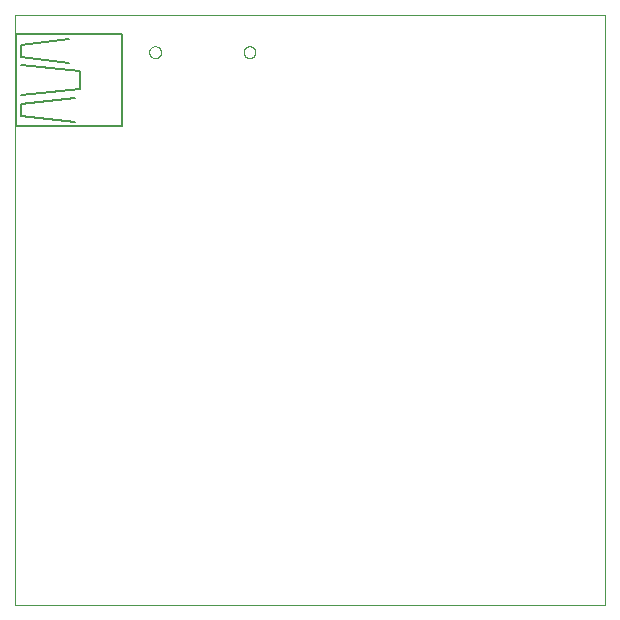
<source format=gbo>
G75*
%MOIN*%
%OFA0B0*%
%FSLAX25Y25*%
%IPPOS*%
%LPD*%
%AMOC8*
5,1,8,0,0,1.08239X$1,22.5*
%
%ADD10C,0.00000*%
%ADD11C,0.00500*%
D10*
X0001800Y0001800D02*
X0001800Y0198650D01*
X0198650Y0198650D01*
X0198650Y0001800D01*
X0001800Y0001800D01*
X0046583Y0186131D02*
X0046585Y0186219D01*
X0046591Y0186307D01*
X0046601Y0186395D01*
X0046615Y0186483D01*
X0046632Y0186569D01*
X0046654Y0186655D01*
X0046679Y0186739D01*
X0046709Y0186823D01*
X0046741Y0186905D01*
X0046778Y0186985D01*
X0046818Y0187064D01*
X0046862Y0187141D01*
X0046909Y0187216D01*
X0046959Y0187288D01*
X0047013Y0187359D01*
X0047069Y0187426D01*
X0047129Y0187492D01*
X0047191Y0187554D01*
X0047257Y0187614D01*
X0047324Y0187670D01*
X0047395Y0187724D01*
X0047467Y0187774D01*
X0047542Y0187821D01*
X0047619Y0187865D01*
X0047698Y0187905D01*
X0047778Y0187942D01*
X0047860Y0187974D01*
X0047944Y0188004D01*
X0048028Y0188029D01*
X0048114Y0188051D01*
X0048200Y0188068D01*
X0048288Y0188082D01*
X0048376Y0188092D01*
X0048464Y0188098D01*
X0048552Y0188100D01*
X0048640Y0188098D01*
X0048728Y0188092D01*
X0048816Y0188082D01*
X0048904Y0188068D01*
X0048990Y0188051D01*
X0049076Y0188029D01*
X0049160Y0188004D01*
X0049244Y0187974D01*
X0049326Y0187942D01*
X0049406Y0187905D01*
X0049485Y0187865D01*
X0049562Y0187821D01*
X0049637Y0187774D01*
X0049709Y0187724D01*
X0049780Y0187670D01*
X0049847Y0187614D01*
X0049913Y0187554D01*
X0049975Y0187492D01*
X0050035Y0187426D01*
X0050091Y0187359D01*
X0050145Y0187288D01*
X0050195Y0187216D01*
X0050242Y0187141D01*
X0050286Y0187064D01*
X0050326Y0186985D01*
X0050363Y0186905D01*
X0050395Y0186823D01*
X0050425Y0186739D01*
X0050450Y0186655D01*
X0050472Y0186569D01*
X0050489Y0186483D01*
X0050503Y0186395D01*
X0050513Y0186307D01*
X0050519Y0186219D01*
X0050521Y0186131D01*
X0050519Y0186043D01*
X0050513Y0185955D01*
X0050503Y0185867D01*
X0050489Y0185779D01*
X0050472Y0185693D01*
X0050450Y0185607D01*
X0050425Y0185523D01*
X0050395Y0185439D01*
X0050363Y0185357D01*
X0050326Y0185277D01*
X0050286Y0185198D01*
X0050242Y0185121D01*
X0050195Y0185046D01*
X0050145Y0184974D01*
X0050091Y0184903D01*
X0050035Y0184836D01*
X0049975Y0184770D01*
X0049913Y0184708D01*
X0049847Y0184648D01*
X0049780Y0184592D01*
X0049709Y0184538D01*
X0049637Y0184488D01*
X0049562Y0184441D01*
X0049485Y0184397D01*
X0049406Y0184357D01*
X0049326Y0184320D01*
X0049244Y0184288D01*
X0049160Y0184258D01*
X0049076Y0184233D01*
X0048990Y0184211D01*
X0048904Y0184194D01*
X0048816Y0184180D01*
X0048728Y0184170D01*
X0048640Y0184164D01*
X0048552Y0184162D01*
X0048464Y0184164D01*
X0048376Y0184170D01*
X0048288Y0184180D01*
X0048200Y0184194D01*
X0048114Y0184211D01*
X0048028Y0184233D01*
X0047944Y0184258D01*
X0047860Y0184288D01*
X0047778Y0184320D01*
X0047698Y0184357D01*
X0047619Y0184397D01*
X0047542Y0184441D01*
X0047467Y0184488D01*
X0047395Y0184538D01*
X0047324Y0184592D01*
X0047257Y0184648D01*
X0047191Y0184708D01*
X0047129Y0184770D01*
X0047069Y0184836D01*
X0047013Y0184903D01*
X0046959Y0184974D01*
X0046909Y0185046D01*
X0046862Y0185121D01*
X0046818Y0185198D01*
X0046778Y0185277D01*
X0046741Y0185357D01*
X0046709Y0185439D01*
X0046679Y0185523D01*
X0046654Y0185607D01*
X0046632Y0185693D01*
X0046615Y0185779D01*
X0046601Y0185867D01*
X0046591Y0185955D01*
X0046585Y0186043D01*
X0046583Y0186131D01*
X0078079Y0186131D02*
X0078081Y0186219D01*
X0078087Y0186307D01*
X0078097Y0186395D01*
X0078111Y0186483D01*
X0078128Y0186569D01*
X0078150Y0186655D01*
X0078175Y0186739D01*
X0078205Y0186823D01*
X0078237Y0186905D01*
X0078274Y0186985D01*
X0078314Y0187064D01*
X0078358Y0187141D01*
X0078405Y0187216D01*
X0078455Y0187288D01*
X0078509Y0187359D01*
X0078565Y0187426D01*
X0078625Y0187492D01*
X0078687Y0187554D01*
X0078753Y0187614D01*
X0078820Y0187670D01*
X0078891Y0187724D01*
X0078963Y0187774D01*
X0079038Y0187821D01*
X0079115Y0187865D01*
X0079194Y0187905D01*
X0079274Y0187942D01*
X0079356Y0187974D01*
X0079440Y0188004D01*
X0079524Y0188029D01*
X0079610Y0188051D01*
X0079696Y0188068D01*
X0079784Y0188082D01*
X0079872Y0188092D01*
X0079960Y0188098D01*
X0080048Y0188100D01*
X0080136Y0188098D01*
X0080224Y0188092D01*
X0080312Y0188082D01*
X0080400Y0188068D01*
X0080486Y0188051D01*
X0080572Y0188029D01*
X0080656Y0188004D01*
X0080740Y0187974D01*
X0080822Y0187942D01*
X0080902Y0187905D01*
X0080981Y0187865D01*
X0081058Y0187821D01*
X0081133Y0187774D01*
X0081205Y0187724D01*
X0081276Y0187670D01*
X0081343Y0187614D01*
X0081409Y0187554D01*
X0081471Y0187492D01*
X0081531Y0187426D01*
X0081587Y0187359D01*
X0081641Y0187288D01*
X0081691Y0187216D01*
X0081738Y0187141D01*
X0081782Y0187064D01*
X0081822Y0186985D01*
X0081859Y0186905D01*
X0081891Y0186823D01*
X0081921Y0186739D01*
X0081946Y0186655D01*
X0081968Y0186569D01*
X0081985Y0186483D01*
X0081999Y0186395D01*
X0082009Y0186307D01*
X0082015Y0186219D01*
X0082017Y0186131D01*
X0082015Y0186043D01*
X0082009Y0185955D01*
X0081999Y0185867D01*
X0081985Y0185779D01*
X0081968Y0185693D01*
X0081946Y0185607D01*
X0081921Y0185523D01*
X0081891Y0185439D01*
X0081859Y0185357D01*
X0081822Y0185277D01*
X0081782Y0185198D01*
X0081738Y0185121D01*
X0081691Y0185046D01*
X0081641Y0184974D01*
X0081587Y0184903D01*
X0081531Y0184836D01*
X0081471Y0184770D01*
X0081409Y0184708D01*
X0081343Y0184648D01*
X0081276Y0184592D01*
X0081205Y0184538D01*
X0081133Y0184488D01*
X0081058Y0184441D01*
X0080981Y0184397D01*
X0080902Y0184357D01*
X0080822Y0184320D01*
X0080740Y0184288D01*
X0080656Y0184258D01*
X0080572Y0184233D01*
X0080486Y0184211D01*
X0080400Y0184194D01*
X0080312Y0184180D01*
X0080224Y0184170D01*
X0080136Y0184164D01*
X0080048Y0184162D01*
X0079960Y0184164D01*
X0079872Y0184170D01*
X0079784Y0184180D01*
X0079696Y0184194D01*
X0079610Y0184211D01*
X0079524Y0184233D01*
X0079440Y0184258D01*
X0079356Y0184288D01*
X0079274Y0184320D01*
X0079194Y0184357D01*
X0079115Y0184397D01*
X0079038Y0184441D01*
X0078963Y0184488D01*
X0078891Y0184538D01*
X0078820Y0184592D01*
X0078753Y0184648D01*
X0078687Y0184708D01*
X0078625Y0184770D01*
X0078565Y0184836D01*
X0078509Y0184903D01*
X0078455Y0184974D01*
X0078405Y0185046D01*
X0078358Y0185121D01*
X0078314Y0185198D01*
X0078274Y0185277D01*
X0078237Y0185357D01*
X0078205Y0185439D01*
X0078175Y0185523D01*
X0078150Y0185607D01*
X0078128Y0185693D01*
X0078111Y0185779D01*
X0078097Y0185867D01*
X0078087Y0185955D01*
X0078081Y0186043D01*
X0078079Y0186131D01*
D11*
X0037469Y0192154D02*
X0037469Y0161446D01*
X0002036Y0161446D01*
X0002036Y0192154D01*
X0037469Y0192154D01*
X0023690Y0179753D02*
X0023690Y0173847D01*
X0004005Y0171879D01*
X0004005Y0168926D02*
X0021721Y0170894D01*
X0021721Y0163020D02*
X0004005Y0164989D01*
X0004005Y0168926D01*
X0004005Y0181721D02*
X0023690Y0179753D01*
X0019753Y0182706D02*
X0004005Y0184674D01*
X0004005Y0188611D01*
X0019753Y0190580D01*
M02*

</source>
